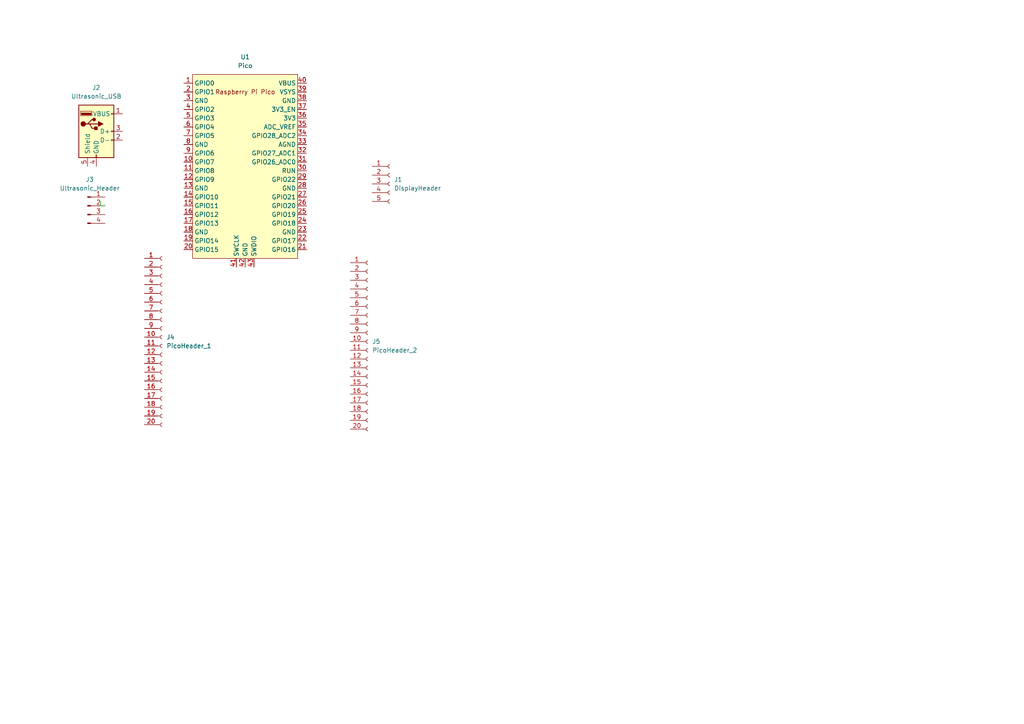
<source format=kicad_sch>
(kicad_sch (version 20230121) (generator eeschema)
  (paper "A4")
  (lib_symbols
    (symbol "Connector:Conn_01x04_Pin" (pin_names (offset 1.016) hide)
      (property "Reference" "J" (at 0 5.08 0))
      (property "Value" "Conn_01x04_Pin" (at 0 -7.62 0))
      (symbol "Conn_01x04_Pin_1_1"
        (polyline (pts (xy 1.27 -5.08) (xy 0.8636 -5.08)) (stroke (width 0.1524)))
        (polyline (pts (xy 1.27 -2.54) (xy 0.8636 -2.54)) (stroke (width 0.1524)))
        (polyline (pts (xy 1.27 0) (xy 0.8636 0)) (stroke (width 0.1524)))
        (polyline (pts (xy 1.27 2.54) (xy 0.8636 2.54)) (stroke (width 0.1524)))
        (rectangle (start 0.8636 -4.953) (end 0 -5.207) (stroke (width 0.1524)) (fill (type outline)))
        (rectangle (start 0.8636 -2.413) (end 0 -2.667) (stroke (width 0.1524)) (fill (type outline)))
        (rectangle (start 0.8636 0.127) (end 0 -0.127) (stroke (width 0.1524)) (fill (type outline)))
        (rectangle (start 0.8636 2.667) (end 0 2.413) (stroke (width 0.1524)) (fill (type outline)))
        (pin passive line (at 5.08 2.54 180) (length 3.81) (name "Pin_1") (number "1"))
        (pin passive line (at 5.08 0 180) (length 3.81) (name "Pin_2") (number "2"))
        (pin passive line (at 5.08 -2.54 180) (length 3.81) (name "Pin_3") (number "3"))
        (pin passive line (at 5.08 -5.08 180) (length 3.81) (name "Pin_4") (number "4"))
      )
    )
    (symbol "Connector:Conn_01x05_Socket" (pin_names (offset 1.016) hide)
      (property "Reference" "J" (at 0 7.62 0))
      (property "Value" "Conn_01x05_Socket" (at 0 -7.62 0))
      (symbol "Conn_01x05_Socket_1_1"
        (arc (start 0 -4.572) (mid -0.5058 -5.08) (end 0 -5.588) (stroke (width 0.1524)))
        (arc (start 0 -2.032) (mid -0.5058 -2.54) (end 0 -3.048) (stroke (width 0.1524)))
        (polyline (pts (xy -1.27 -5.08) (xy -0.508 -5.08)) (stroke (width 0.1524)))
        (polyline (pts (xy -1.27 -2.54) (xy -0.508 -2.54)) (stroke (width 0.1524)))
        (polyline (pts (xy -1.27 0) (xy -0.508 0)) (stroke (width 0.1524)))
        (polyline (pts (xy -1.27 2.54) (xy -0.508 2.54)) (stroke (width 0.1524)))
        (polyline (pts (xy -1.27 5.08) (xy -0.508 5.08)) (stroke (width 0.1524)))
        (arc (start 0 0.508) (mid -0.5058 0) (end 0 -0.508) (stroke (width 0.1524)))
        (arc (start 0 3.048) (mid -0.5058 2.54) (end 0 2.032) (stroke (width 0.1524)))
        (arc (start 0 5.588) (mid -0.5058 5.08) (end 0 4.572) (stroke (width 0.1524)))
        (pin passive line (at -5.08 5.08 0) (length 3.81) (name "Pin_1") (number "1"))
        (pin passive line (at -5.08 2.54 0) (length 3.81) (name "Pin_2") (number "2"))
        (pin passive line (at -5.08 0 0) (length 3.81) (name "Pin_3") (number "3"))
        (pin passive line (at -5.08 -2.54 0) (length 3.81) (name "Pin_4") (number "4"))
        (pin passive line (at -5.08 -5.08 0) (length 3.81) (name "Pin_5") (number "5"))
      )
    )
    (symbol "Connector:Conn_01x20_Socket" (pin_names (offset 1.016) hide)
      (property "Reference" "J" (at 0 25.4 0))
      (property "Value" "Conn_01x20_Socket" (at 0 -27.94 0))
      (symbol "Conn_01x20_Socket_1_1"
        (arc (start 0 -24.892) (mid -0.5058 -25.4) (end 0 -25.908) (stroke (width 0.1524)))
        (arc (start 0 -22.352) (mid -0.5058 -22.86) (end 0 -23.368) (stroke (width 0.1524)))
        (arc (start 0 -19.812) (mid -0.5058 -20.32) (end 0 -20.828) (stroke (width 0.1524)))
        (arc (start 0 -17.272) (mid -0.5058 -17.78) (end 0 -18.288) (stroke (width 0.1524)))
        (arc (start 0 -14.732) (mid -0.5058 -15.24) (end 0 -15.748) (stroke (width 0.1524)))
        (arc (start 0 -12.192) (mid -0.5058 -12.7) (end 0 -13.208) (stroke (width 0.1524)))
        (arc (start 0 -9.652) (mid -0.5058 -10.16) (end 0 -10.668) (stroke (width 0.1524)))
        (arc (start 0 -7.112) (mid -0.5058 -7.62) (end 0 -8.128) (stroke (width 0.1524)))
        (arc (start 0 -4.572) (mid -0.5058 -5.08) (end 0 -5.588) (stroke (width 0.1524)))
        (arc (start 0 -2.032) (mid -0.5058 -2.54) (end 0 -3.048) (stroke (width 0.1524)))
        (polyline (pts (xy -1.27 -25.4) (xy -0.508 -25.4)) (stroke (width 0.1524)))
        (polyline (pts (xy -1.27 -22.86) (xy -0.508 -22.86)) (stroke (width 0.1524)))
        (polyline (pts (xy -1.27 -20.32) (xy -0.508 -20.32)) (stroke (width 0.1524)))
        (polyline (pts (xy -1.27 -17.78) (xy -0.508 -17.78)) (stroke (width 0.1524)))
        (polyline (pts (xy -1.27 -15.24) (xy -0.508 -15.24)) (stroke (width 0.1524)))
        (polyline (pts (xy -1.27 -12.7) (xy -0.508 -12.7)) (stroke (width 0.1524)))
        (polyline (pts (xy -1.27 -10.16) (xy -0.508 -10.16)) (stroke (width 0.1524)))
        (polyline (pts (xy -1.27 -7.62) (xy -0.508 -7.62)) (stroke (width 0.1524)))
        (polyline (pts (xy -1.27 -5.08) (xy -0.508 -5.08)) (stroke (width 0.1524)))
        (polyline (pts (xy -1.27 -2.54) (xy -0.508 -2.54)) (stroke (width 0.1524)))
        (polyline (pts (xy -1.27 0) (xy -0.508 0)) (stroke (width 0.1524)))
        (polyline (pts (xy -1.27 2.54) (xy -0.508 2.54)) (stroke (width 0.1524)))
        (polyline (pts (xy -1.27 5.08) (xy -0.508 5.08)) (stroke (width 0.1524)))
        (polyline (pts (xy -1.27 7.62) (xy -0.508 7.62)) (stroke (width 0.1524)))
        (polyline (pts (xy -1.27 10.16) (xy -0.508 10.16)) (stroke (width 0.1524)))
        (polyline (pts (xy -1.27 12.7) (xy -0.508 12.7)) (stroke (width 0.1524)))
        (polyline (pts (xy -1.27 15.24) (xy -0.508 15.24)) (stroke (width 0.1524)))
        (polyline (pts (xy -1.27 17.78) (xy -0.508 17.78)) (stroke (width 0.1524)))
        (polyline (pts (xy -1.27 20.32) (xy -0.508 20.32)) (stroke (width 0.1524)))
        (polyline (pts (xy -1.27 22.86) (xy -0.508 22.86)) (stroke (width 0.1524)))
        (arc (start 0 0.508) (mid -0.5058 0) (end 0 -0.508) (stroke (width 0.1524)))
        (arc (start 0 3.048) (mid -0.5058 2.54) (end 0 2.032) (stroke (width 0.1524)))
        (arc (start 0 5.588) (mid -0.5058 5.08) (end 0 4.572) (stroke (width 0.1524)))
        (arc (start 0 8.128) (mid -0.5058 7.62) (end 0 7.112) (stroke (width 0.1524)))
        (arc (start 0 10.668) (mid -0.5058 10.16) (end 0 9.652) (stroke (width 0.1524)))
        (arc (start 0 13.208) (mid -0.5058 12.7) (end 0 12.192) (stroke (width 0.1524)))
        (arc (start 0 15.748) (mid -0.5058 15.24) (end 0 14.732) (stroke (width 0.1524)))
        (arc (start 0 18.288) (mid -0.5058 17.78) (end 0 17.272) (stroke (width 0.1524)))
        (arc (start 0 20.828) (mid -0.5058 20.32) (end 0 19.812) (stroke (width 0.1524)))
        (arc (start 0 23.368) (mid -0.5058 22.86) (end 0 22.352) (stroke (width 0.1524)))
        (pin passive line (at -5.08 22.86 0) (length 3.81) (name "Pin_1") (number "1"))
        (pin passive line (at -5.08 0 0) (length 3.81) (name "Pin_10") (number "10"))
        (pin passive line (at -5.08 -2.54 0) (length 3.81) (name "Pin_11") (number "11"))
        (pin passive line (at -5.08 -5.08 0) (length 3.81) (name "Pin_12") (number "12"))
        (pin passive line (at -5.08 -7.62 0) (length 3.81) (name "Pin_13") (number "13"))
        (pin passive line (at -5.08 -10.16 0) (length 3.81) (name "Pin_14") (number "14"))
        (pin passive line (at -5.08 -12.7 0) (length 3.81) (name "Pin_15") (number "15"))
        (pin passive line (at -5.08 -15.24 0) (length 3.81) (name "Pin_16") (number "16"))
        (pin passive line (at -5.08 -17.78 0) (length 3.81) (name "Pin_17") (number "17"))
        (pin passive line (at -5.08 -20.32 0) (length 3.81) (name "Pin_18") (number "18"))
        (pin passive line (at -5.08 -22.86 0) (length 3.81) (name "Pin_19") (number "19"))
        (pin passive line (at -5.08 20.32 0) (length 3.81) (name "Pin_2") (number "2"))
        (pin passive line (at -5.08 -25.4 0) (length 3.81) (name "Pin_20") (number "20"))
        (pin passive line (at -5.08 17.78 0) (length 3.81) (name "Pin_3") (number "3"))
        (pin passive line (at -5.08 15.24 0) (length 3.81) (name "Pin_4") (number "4"))
        (pin passive line (at -5.08 12.7 0) (length 3.81) (name "Pin_5") (number "5"))
        (pin passive line (at -5.08 10.16 0) (length 3.81) (name "Pin_6") (number "6"))
        (pin passive line (at -5.08 7.62 0) (length 3.81) (name "Pin_7") (number "7"))
        (pin passive line (at -5.08 5.08 0) (length 3.81) (name "Pin_8") (number "8"))
        (pin passive line (at -5.08 2.54 0) (length 3.81) (name "Pin_9") (number "9"))
      )
    )
    (symbol "Connector:USB_A" (pin_names (offset 1.016))
      (property "Reference" "J" (at -5.08 11.43 0))
      (property "Value" "USB_A" (at -5.08 8.89 0))
      (symbol "USB_A_0_1"
        (rectangle (start -5.08 -7.62) (end 5.08 7.62) (stroke (width 0.254)) (fill (type background)))
        (circle (center -3.81 2.159) (radius 0.635) (stroke (width 0.254)) (fill (type outline)))
        (rectangle (start -1.524 4.826) (end -4.318 5.334) (fill (type outline)))
        (rectangle (start -1.27 4.572) (end -4.572 5.842))
        (circle (center -0.635 3.429) (radius 0.381) (stroke (width 0.254)) (fill (type outline)))
        (rectangle (start -0.127 -7.62) (end 0.127 -6.858))
        (polyline (pts (xy -3.175 2.159) (xy -2.54 2.159) (xy -1.27 3.429) (xy -0.635 3.429)) (stroke (width 0.254)))
        (polyline (pts (xy -2.54 2.159) (xy -1.905 2.159) (xy -1.27 0.889) (xy 0 0.889)) (stroke (width 0.254)))
        (polyline (pts (xy 0.635 2.794) (xy 0.635 1.524) (xy 1.905 2.159) (xy 0.635 2.794)) (stroke (width 0.254)) (fill (type outline)))
        (rectangle (start 0.254 1.27) (end -0.508 0.508) (stroke (width 0.254)) (fill (type outline)))
        (rectangle (start 5.08 -2.667) (end 4.318 -2.413))
        (rectangle (start 5.08 -0.127) (end 4.318 0.127))
        (rectangle (start 5.08 4.953) (end 4.318 5.207))
      )
      (symbol "USB_A_1_1"
        (polyline (pts (xy -1.905 2.159) (xy 0.635 2.159)) (stroke (width 0.254)))
        (pin power_in line (at 7.62 5.08 180) (length 2.54) (name "VBUS") (number "1"))
        (pin bidirectional line (at 7.62 -2.54 180) (length 2.54) (name "D-") (number "2"))
        (pin bidirectional line (at 7.62 0 180) (length 2.54) (name "D+") (number "3"))
        (pin power_in line (at 0 -10.16 90) (length 2.54) (name "GND") (number "4"))
        (pin passive line (at -2.54 -10.16 90) (length 2.54) (name "Shield") (number "5"))
      )
    )
    (symbol "MCU_RaspberryPi_and_Boards:Pico"
      (property "Reference" "U" (at -13.97 27.94 0))
      (property "Value" "Pico" (at 0 19.05 0))
      (symbol "Pico_0_0"
        (text "Raspberry Pi Pico" (at 0 21.59 0) (effects (font (size 1.27 1.27))))
      )
      (symbol "Pico_0_1"
        (rectangle (start -15.24 26.67) (end 15.24 -26.67) (fill (type background)))
      )
      (symbol "Pico_1_1"
        (pin bidirectional line (at -17.78 24.13 0) (length 2.54) (name "GPIO0") (number "1"))
        (pin bidirectional line (at -17.78 1.27 0) (length 2.54) (name "GPIO7") (number "10"))
        (pin bidirectional line (at -17.78 -1.27 0) (length 2.54) (name "GPIO8") (number "11"))
        (pin bidirectional line (at -17.78 -3.81 0) (length 2.54) (name "GPIO9") (number "12"))
        (pin power_in line (at -17.78 -6.35 0) (length 2.54) (name "GND") (number "13"))
        (pin bidirectional line (at -17.78 -8.89 0) (length 2.54) (name "GPIO10") (number "14"))
        (pin bidirectional line (at -17.78 -11.43 0) (length 2.54) (name "GPIO11") (number "15"))
        (pin bidirectional line (at -17.78 -13.97 0) (length 2.54) (name "GPIO12") (number "16"))
        (pin bidirectional line (at -17.78 -16.51 0) (length 2.54) (name "GPIO13") (number "17"))
        (pin power_in line (at -17.78 -19.05 0) (length 2.54) (name "GND") (number "18"))
        (pin bidirectional line (at -17.78 -21.59 0) (length 2.54) (name "GPIO14") (number "19"))
        (pin bidirectional line (at -17.78 21.59 0) (length 2.54) (name "GPIO1") (number "2"))
        (pin bidirectional line (at -17.78 -24.13 0) (length 2.54) (name "GPIO15") (number "20"))
        (pin bidirectional line (at 17.78 -24.13 180) (length 2.54) (name "GPIO16") (number "21"))
        (pin bidirectional line (at 17.78 -21.59 180) (length 2.54) (name "GPIO17") (number "22"))
        (pin power_in line (at 17.78 -19.05 180) (length 2.54) (name "GND") (number "23"))
        (pin bidirectional line (at 17.78 -16.51 180) (length 2.54) (name "GPIO18") (number "24"))
        (pin bidirectional line (at 17.78 -13.97 180) (length 2.54) (name "GPIO19") (number "25"))
        (pin bidirectional line (at 17.78 -11.43 180) (length 2.54) (name "GPIO20") (number "26"))
        (pin bidirectional line (at 17.78 -8.89 180) (length 2.54) (name "GPIO21") (number "27"))
        (pin power_in line (at 17.78 -6.35 180) (length 2.54) (name "GND") (number "28"))
        (pin bidirectional line (at 17.78 -3.81 180) (length 2.54) (name "GPIO22") (number "29"))
        (pin power_in line (at -17.78 19.05 0) (length 2.54) (name "GND") (number "3"))
        (pin input line (at 17.78 -1.27 180) (length 2.54) (name "RUN") (number "30"))
        (pin bidirectional line (at 17.78 1.27 180) (length 2.54) (name "GPIO26_ADC0") (number "31"))
        (pin bidirectional line (at 17.78 3.81 180) (length 2.54) (name "GPIO27_ADC1") (number "32"))
        (pin power_in line (at 17.78 6.35 180) (length 2.54) (name "AGND") (number "33"))
        (pin bidirectional line (at 17.78 8.89 180) (length 2.54) (name "GPIO28_ADC2") (number "34"))
        (pin power_in line (at 17.78 11.43 180) (length 2.54) (name "ADC_VREF") (number "35"))
        (pin power_in line (at 17.78 13.97 180) (length 2.54) (name "3V3") (number "36"))
        (pin input line (at 17.78 16.51 180) (length 2.54) (name "3V3_EN") (number "37"))
        (pin bidirectional line (at 17.78 19.05 180) (length 2.54) (name "GND") (number "38"))
        (pin power_in line (at 17.78 21.59 180) (length 2.54) (name "VSYS") (number "39"))
        (pin bidirectional line (at -17.78 16.51 0) (length 2.54) (name "GPIO2") (number "4"))
        (pin power_in line (at 17.78 24.13 180) (length 2.54) (name "VBUS") (number "40"))
        (pin input line (at -2.54 -29.21 90) (length 2.54) (name "SWCLK") (number "41"))
        (pin power_in line (at 0 -29.21 90) (length 2.54) (name "GND") (number "42"))
        (pin bidirectional line (at 2.54 -29.21 90) (length 2.54) (name "SWDIO") (number "43"))
        (pin bidirectional line (at -17.78 13.97 0) (length 2.54) (name "GPIO3") (number "5"))
        (pin bidirectional line (at -17.78 11.43 0) (length 2.54) (name "GPIO4") (number "6"))
        (pin bidirectional line (at -17.78 8.89 0) (length 2.54) (name "GPIO5") (number "7"))
        (pin power_in line (at -17.78 6.35 0) (length 2.54) (name "GND") (number "8"))
        (pin bidirectional line (at -17.78 3.81 0) (length 2.54) (name "GPIO6") (number "9"))
      )
    )
  )
  (wire (pts (xy 29.21 58.42) (xy 29.21 59.69)))
  (wire (pts (xy 30.48 59.69) (xy 29.21 59.69)))
  (symbol (lib_id "MCU_RaspberryPi_and_Boards:Pico") (at 71.12 48.26 0) (unit 1)
    (property "Reference" "U1" (at 71.12 16.51 0))
    (property "Value" "Pico" (at 71.12 19.05 0))
    (property "Footprint" "RPi_Pico:RPi_Pico_SMD_TH" (effects hide))
  )
  (symbol (lib_id "Connector:Conn_01x20_Socket") (at 106.68 99.06 0) (unit 1)
    (property "Reference" "J5" (at 107.95 99.06 0) (effects (justify left)))
    (property "Value" "PicoHeader_2" (at 107.95 101.6 0) (effects (justify left)))
    (property "Footprint" "Connector_PinHeader_2.54mm:PinHeader_1x20_P2.54mm_Vertical" (effects hide))
  )
  (symbol (lib_id "Connector:Conn_01x05_Socket") (at 113.03 53.34 0) (unit 1)
    (property "Reference" "J1" (at 114.3 52.07 0) (effects (justify left)))
    (property "Value" "DisplayHeader" (at 114.3 54.61 0) (effects (justify left)))
    (property "Footprint" "Connector_PinHeader_2.54mm:PinHeader_1x05_P2.54mm_Vertical" (effects hide))
  )
  (symbol (lib_id "Connector:USB_A") (at 27.94 38.1 0) (unit 1)
    (property "Reference" "J2" (at 27.94 25.4 0))
    (property "Value" "Ultrasonic_USB" (at 27.94 27.94 0))
    (property "Footprint" "Connector_USB:USB_A_Molex_67643_Horizontal" (effects hide))
    (property "Datasheet" " ~" (effects hide))
  )
  (symbol (lib_id "Connector:Conn_01x04_Pin") (at 25.4 59.69 0) (unit 1)
    (property "Reference" "J3" (at 26.035 52.07 0))
    (property "Value" "Ultrasonic_Header" (at 26.035 54.61 0))
    (property "Footprint" "Connector_PinHeader_2.54mm:PinHeader_1x04_P2.54mm_Vertical" (effects hide))
  )
  (symbol (lib_id "Connector:Conn_01x20_Socket") (at 46.99 97.79 0) (unit 1)
    (property "Reference" "J4" (at 48.26 97.79 0) (effects (justify left)))
    (property "Value" "PicoHeader_1" (at 48.26 100.33 0) (effects (justify left)))
    (property "Footprint" "Connector_PinHeader_2.54mm:PinHeader_1x20_P2.54mm_Vertical" (effects hide))
  )
)
</source>
